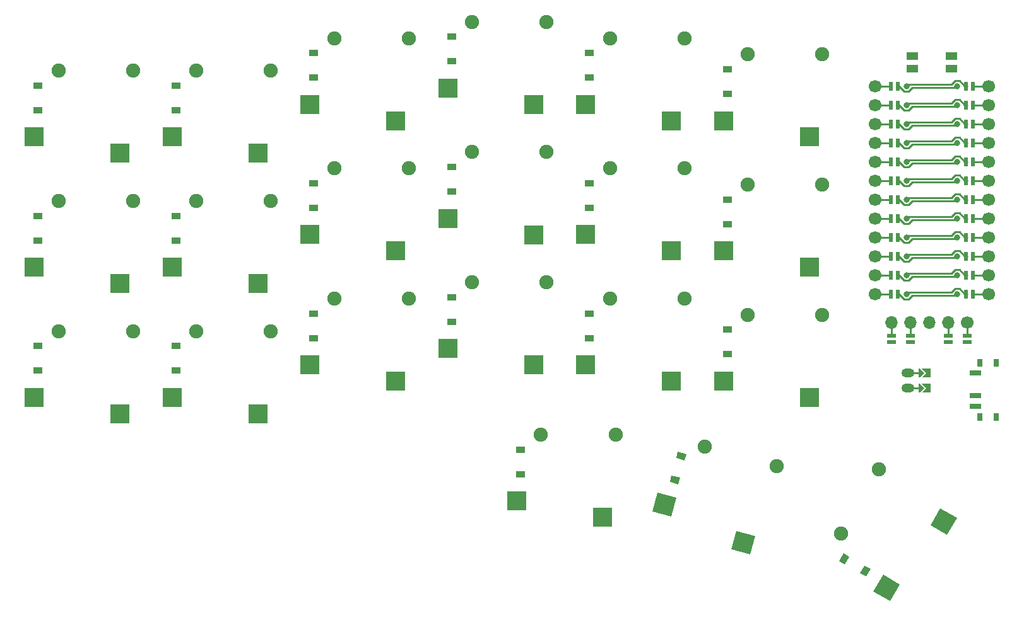
<source format=gbl>
G04 #@! TF.GenerationSoftware,KiCad,Pcbnew,8.0.8+1*
G04 #@! TF.CreationDate,2025-07-09T04:58:12+00:00*
G04 #@! TF.ProjectId,corney_island_wireless,636f726e-6579-45f6-9973-6c616e645f77,0.2*
G04 #@! TF.SameCoordinates,Original*
G04 #@! TF.FileFunction,Copper,L2,Bot*
G04 #@! TF.FilePolarity,Positive*
%FSLAX46Y46*%
G04 Gerber Fmt 4.6, Leading zero omitted, Abs format (unit mm)*
G04 Created by KiCad (PCBNEW 8.0.8+1) date 2025-07-09 04:58:12*
%MOMM*%
%LPD*%
G01*
G04 APERTURE LIST*
G04 #@! TA.AperFunction,ComponentPad*
%ADD10C,1.900000*%
G04 #@! TD*
G04 #@! TA.AperFunction,SMDPad,CuDef*
%ADD11R,2.600000X2.600000*%
G04 #@! TD*
G04 #@! TA.AperFunction,SMDPad,CuDef*
%ADD12R,1.200000X0.900000*%
G04 #@! TD*
G04 #@! TA.AperFunction,ComponentPad*
%ADD13C,1.700000*%
G04 #@! TD*
G04 #@! TA.AperFunction,ComponentPad*
%ADD14C,0.800000*%
G04 #@! TD*
G04 #@! TA.AperFunction,SMDPad,CuDef*
%ADD15R,0.600000X1.200000*%
G04 #@! TD*
G04 #@! TA.AperFunction,SMDPad,CuDef*
%ADD16R,1.200000X0.600000*%
G04 #@! TD*
G04 #@! TA.AperFunction,ComponentPad*
%ADD17O,1.700000X1.700000*%
G04 #@! TD*
G04 #@! TA.AperFunction,SMDPad,CuDef*
%ADD18R,0.800000X1.000000*%
G04 #@! TD*
G04 #@! TA.AperFunction,SMDPad,CuDef*
%ADD19R,1.500000X0.700000*%
G04 #@! TD*
G04 #@! TA.AperFunction,SMDPad,CuDef*
%ADD20R,1.550000X1.000000*%
G04 #@! TD*
G04 #@! TA.AperFunction,ComponentPad*
%ADD21O,1.750000X1.200000*%
G04 #@! TD*
G04 #@! TA.AperFunction,Conductor*
%ADD22C,0.250000*%
G04 #@! TD*
G04 APERTURE END LIST*
D10*
X105000000Y-94850000D03*
D11*
X103275000Y-105950000D03*
X91725000Y-103750000D03*
D10*
X105000000Y-77350000D03*
D11*
X103275000Y-88450000D03*
X91725000Y-86250000D03*
D10*
X105000000Y-59850000D03*
D11*
X103275000Y-70950000D03*
X91725000Y-68750000D03*
D10*
X123500000Y-94850000D03*
D11*
X121775000Y-105950000D03*
X110225000Y-103750000D03*
D10*
X123500000Y-77350000D03*
D11*
X121775000Y-88450000D03*
X110225000Y-86250000D03*
D10*
X123500000Y-59850000D03*
D11*
X121775000Y-70950000D03*
X110225000Y-68750000D03*
D10*
X142000000Y-90475000D03*
D11*
X140275000Y-101575000D03*
X128725000Y-99375000D03*
D10*
X142000000Y-72975000D03*
D11*
X140275000Y-84075000D03*
X128725000Y-81875000D03*
D10*
X142000000Y-55475000D03*
D11*
X140275000Y-66575000D03*
X128725000Y-64375000D03*
D10*
X160500000Y-88287500D03*
D11*
X158775000Y-99387500D03*
X147225000Y-97187500D03*
D10*
X160500000Y-70787500D03*
D11*
X158775000Y-81887500D03*
X147225000Y-79687500D03*
D10*
X160500000Y-53287500D03*
D11*
X158775000Y-64387500D03*
X147225000Y-62187500D03*
D10*
X179000000Y-90475000D03*
D11*
X177275000Y-101575000D03*
X165725000Y-99375000D03*
D10*
X179000000Y-72975000D03*
D11*
X177275000Y-84075000D03*
X165725000Y-81875000D03*
D10*
X179000000Y-55475000D03*
D11*
X177275000Y-66575000D03*
X165725000Y-64375000D03*
D10*
X197500000Y-92662500D03*
D11*
X195775000Y-103762500D03*
X184225000Y-101562500D03*
D10*
X197500000Y-75162500D03*
D11*
X195775000Y-86262500D03*
X184225000Y-84062500D03*
D10*
X197500000Y-57662500D03*
D11*
X195775000Y-68762500D03*
X184225000Y-66562500D03*
D10*
X169750000Y-108787500D03*
D11*
X168025000Y-119887500D03*
X156475000Y-117687500D03*
D10*
X191412547Y-113007077D03*
G04 #@! TA.AperFunction,SMDPad,CuDef*
G36*
X188465602Y-122363152D02*
G01*
X187792673Y-124874559D01*
X185281266Y-124201630D01*
X185954195Y-121690223D01*
X188465602Y-122363152D01*
G37*
G04 #@! TD.AperFunction*
G04 #@! TA.AperFunction,SMDPad,CuDef*
G36*
X177878560Y-117248755D02*
G01*
X177205631Y-119760162D01*
X174694224Y-119087233D01*
X175367153Y-116575826D01*
X177878560Y-117248755D01*
G37*
G04 #@! TD.AperFunction*
X205053812Y-113417121D03*
G04 #@! TA.AperFunction,SMDPad,CuDef*
G36*
X213328361Y-118685182D02*
G01*
X215580027Y-119985182D01*
X214280027Y-122236848D01*
X212028361Y-120936848D01*
X213328361Y-118685182D01*
G37*
G04 #@! TD.AperFunction*
G04 #@! TA.AperFunction,SMDPad,CuDef*
G36*
X205648105Y-127587775D02*
G01*
X207899771Y-128887775D01*
X206599771Y-131139441D01*
X204348105Y-129839441D01*
X205648105Y-127587775D01*
G37*
G04 #@! TD.AperFunction*
D12*
X92250000Y-96850000D03*
X92250000Y-100150000D03*
X92250000Y-79350000D03*
X92250000Y-82650000D03*
X92250000Y-61850000D03*
X92250000Y-65150000D03*
X110750000Y-96850000D03*
X110750000Y-100150000D03*
X110750000Y-79350000D03*
X110750000Y-82650000D03*
X110750000Y-61850000D03*
X110750000Y-65150000D03*
X129250000Y-92475000D03*
X129250000Y-95775000D03*
X129250000Y-74975000D03*
X129250000Y-78275000D03*
X129250000Y-57475000D03*
X129250000Y-60775000D03*
X147750000Y-90287500D03*
X147750000Y-93587500D03*
X147750000Y-72787500D03*
X147750000Y-76087500D03*
X147750000Y-55287500D03*
X147750000Y-58587500D03*
X166250000Y-92475000D03*
X166250000Y-95775000D03*
X166250000Y-74975000D03*
X166250000Y-78275000D03*
X166250000Y-57475000D03*
X166250000Y-60775000D03*
X184750000Y-94662500D03*
X184750000Y-97962500D03*
X184750000Y-77162500D03*
X184750000Y-80462500D03*
X184750000Y-59662500D03*
X184750000Y-62962500D03*
X157000000Y-110787500D03*
X157000000Y-114087500D03*
G04 #@! TA.AperFunction,SMDPad,CuDef*
G36*
X178116267Y-111049028D02*
G01*
X179275378Y-111359611D01*
X179042441Y-112228944D01*
X177883330Y-111918361D01*
X178116267Y-111049028D01*
G37*
G04 #@! TD.AperFunction*
G04 #@! TA.AperFunction,SMDPad,CuDef*
G36*
X177262165Y-114236584D02*
G01*
X178421276Y-114547167D01*
X178188339Y-115416500D01*
X177029228Y-115105917D01*
X177262165Y-114236584D01*
G37*
G04 #@! TD.AperFunction*
G04 #@! TA.AperFunction,SMDPad,CuDef*
G36*
X199721152Y-125753560D02*
G01*
X200321152Y-124714330D01*
X201100574Y-125164330D01*
X200500574Y-126203560D01*
X199721152Y-125753560D01*
G37*
G04 #@! TD.AperFunction*
G04 #@! TA.AperFunction,SMDPad,CuDef*
G36*
X202579036Y-127403560D02*
G01*
X203179036Y-126364330D01*
X203958458Y-126814330D01*
X203358458Y-127853560D01*
X202579036Y-127403560D01*
G37*
G04 #@! TD.AperFunction*
D10*
X95000000Y-94850000D03*
X95000000Y-77350000D03*
X95000000Y-59850000D03*
X113500000Y-94850000D03*
X113500000Y-77350000D03*
X113500000Y-59850000D03*
X132000000Y-90475000D03*
X132000000Y-72975000D03*
X132000000Y-55475000D03*
X150500000Y-88287500D03*
X150500000Y-70787500D03*
X150500000Y-53287500D03*
X169000000Y-90475000D03*
X169000000Y-72975000D03*
X169000000Y-55475000D03*
X187500000Y-92662500D03*
X187500000Y-75162500D03*
X187500000Y-57662500D03*
X159750000Y-108787500D03*
X181753289Y-110418887D03*
X200053812Y-122077375D03*
D13*
X204584000Y-61920000D03*
X219824000Y-61920000D03*
D14*
X208804000Y-61920000D03*
X215604000Y-61920000D03*
D15*
X206724000Y-61920000D03*
X207624000Y-61920000D03*
X216784000Y-61920000D03*
X217684000Y-61920000D03*
D13*
X204584000Y-64460000D03*
X219824000Y-64460000D03*
D14*
X208804000Y-64460000D03*
X215604000Y-64460000D03*
D15*
X206724000Y-64460000D03*
X207624000Y-64460000D03*
X216784000Y-64460000D03*
X217684000Y-64460000D03*
D13*
X204584000Y-67000000D03*
X219824000Y-67000000D03*
D14*
X208804000Y-67000000D03*
X215604000Y-67000000D03*
D15*
X206724000Y-67000000D03*
X207624000Y-67000000D03*
X216784000Y-67000000D03*
X217684000Y-67000000D03*
D13*
X204584000Y-69540000D03*
X219824000Y-69540000D03*
D14*
X208804000Y-69540000D03*
X215604000Y-69540000D03*
D15*
X206724000Y-69540000D03*
X207624000Y-69540000D03*
X216784000Y-69540000D03*
X217684000Y-69540000D03*
D13*
X204584000Y-72080000D03*
X219824000Y-72080000D03*
D14*
X208804000Y-72080000D03*
X215604000Y-72080000D03*
D15*
X206724000Y-72080000D03*
X207624000Y-72080000D03*
X216784000Y-72080000D03*
X217684000Y-72080000D03*
D13*
X204584000Y-74620000D03*
X219824000Y-74620000D03*
D14*
X208804000Y-74620000D03*
X215604000Y-74620000D03*
D15*
X206724000Y-74620000D03*
X207624000Y-74620000D03*
X216784000Y-74620000D03*
X217684000Y-74620000D03*
D13*
X204584000Y-77160000D03*
X219824000Y-77160000D03*
D14*
X208804000Y-77160000D03*
X215604000Y-77160000D03*
D15*
X206724000Y-77160000D03*
X207624000Y-77160000D03*
X216784000Y-77160000D03*
X217684000Y-77160000D03*
D13*
X204584000Y-79700000D03*
X219824000Y-79700000D03*
D14*
X208804000Y-79700000D03*
X215604000Y-79700000D03*
D15*
X206724000Y-79700000D03*
X207624000Y-79700000D03*
X216784000Y-79700000D03*
X217684000Y-79700000D03*
D13*
X204584000Y-82240000D03*
X219824000Y-82240000D03*
D14*
X208804000Y-82240000D03*
X215604000Y-82240000D03*
D15*
X206724000Y-82240000D03*
X207624000Y-82240000D03*
X216784000Y-82240000D03*
X217684000Y-82240000D03*
D13*
X204584000Y-84780000D03*
X219824000Y-84780000D03*
D14*
X208804000Y-84780000D03*
X215604000Y-84780000D03*
D15*
X206724000Y-84780000D03*
X207624000Y-84780000D03*
X216784000Y-84780000D03*
X217684000Y-84780000D03*
D13*
X204584000Y-87320000D03*
X219824000Y-87320000D03*
D14*
X208804000Y-87320000D03*
X215604000Y-87320000D03*
D15*
X206724000Y-87320000D03*
X207624000Y-87320000D03*
X216784000Y-87320000D03*
X217684000Y-87320000D03*
D13*
X204584000Y-89860000D03*
X219824000Y-89860000D03*
D14*
X208804000Y-89860000D03*
X215604000Y-89860000D03*
D15*
X206724000Y-89860000D03*
X207624000Y-89860000D03*
X216784000Y-89860000D03*
X217684000Y-89860000D03*
D16*
X216977000Y-95450000D03*
X214437000Y-95450000D03*
X209357000Y-95450000D03*
X206817000Y-95450000D03*
X216977000Y-96350000D03*
X214437000Y-96350000D03*
X209357000Y-96350000D03*
X206817000Y-96350000D03*
D17*
X206817000Y-93700000D03*
X209357000Y-93700000D03*
X211897000Y-93700000D03*
X214437000Y-93700000D03*
D13*
X216977000Y-93700000D03*
D18*
X218665000Y-99100000D03*
X220875000Y-99100000D03*
X218665000Y-106400000D03*
X220875000Y-106400000D03*
D19*
X218015000Y-100500000D03*
X218015000Y-103500000D03*
X218015000Y-105000000D03*
D20*
X209579000Y-57862500D03*
X209579000Y-59562500D03*
X214829000Y-57862500D03*
X214829000Y-59562500D03*
D21*
X209000000Y-102500000D03*
X209000000Y-100500000D03*
G04 #@! TA.AperFunction,SMDPad,CuDef*
G36*
X210600000Y-103100000D02*
G01*
X210400000Y-103100000D01*
X210400000Y-101900000D01*
X210600000Y-101900000D01*
X211200000Y-102500000D01*
X210600000Y-103100000D01*
G37*
G04 #@! TD.AperFunction*
G04 #@! TA.AperFunction,SMDPad,CuDef*
G36*
X210600000Y-101100000D02*
G01*
X210400000Y-101100000D01*
X210400000Y-99900000D01*
X210600000Y-99900000D01*
X211200000Y-100500000D01*
X210600000Y-101100000D01*
G37*
G04 #@! TD.AperFunction*
G04 #@! TA.AperFunction,SMDPad,CuDef*
G36*
X210816000Y-101100000D02*
G01*
X211416000Y-100500000D01*
X210816000Y-99900000D01*
X212066000Y-99900000D01*
X212066000Y-101100000D01*
X210816000Y-101100000D01*
G37*
G04 #@! TD.AperFunction*
G04 #@! TA.AperFunction,SMDPad,CuDef*
G36*
X210816000Y-103100000D02*
G01*
X211416000Y-102500000D01*
X210816000Y-101900000D01*
X212066000Y-101900000D01*
X212066000Y-103100000D01*
X210816000Y-103100000D01*
G37*
G04 #@! TD.AperFunction*
D22*
X204584000Y-61920000D02*
X206704000Y-61920000D01*
X219824000Y-61920000D02*
X217704000Y-61920000D01*
X209599305Y-62150000D02*
X215374000Y-62150000D01*
X207429000Y-61920000D02*
X207778695Y-61920000D01*
X208503695Y-62645000D02*
X209104305Y-62645000D01*
X207778695Y-61920000D02*
X208503695Y-62645000D01*
X209104305Y-62645000D02*
X209599305Y-62150000D01*
X216979000Y-61920000D02*
X216629305Y-61920000D01*
X214798695Y-61700000D02*
X209024000Y-61700000D01*
X216629305Y-61920000D02*
X215904305Y-61195000D01*
X215904305Y-61195000D02*
X215303695Y-61195000D01*
X215303695Y-61195000D02*
X214798695Y-61700000D01*
X204584000Y-64460000D02*
X206704000Y-64460000D01*
X219824000Y-64460000D02*
X217704000Y-64460000D01*
X209599305Y-64690000D02*
X215374000Y-64690000D01*
X207429000Y-64460000D02*
X207778695Y-64460000D01*
X208503695Y-65185000D02*
X209104305Y-65185000D01*
X207778695Y-64460000D02*
X208503695Y-65185000D01*
X209104305Y-65185000D02*
X209599305Y-64690000D01*
X216979000Y-64460000D02*
X216629305Y-64460000D01*
X214798695Y-64240000D02*
X209024000Y-64240000D01*
X216629305Y-64460000D02*
X215904305Y-63735000D01*
X215904305Y-63735000D02*
X215303695Y-63735000D01*
X215303695Y-63735000D02*
X214798695Y-64240000D01*
X204584000Y-67000000D02*
X206704000Y-67000000D01*
X219824000Y-67000000D02*
X217704000Y-67000000D01*
X209599305Y-67230000D02*
X215374000Y-67230000D01*
X207429000Y-67000000D02*
X207778695Y-67000000D01*
X208503695Y-67725000D02*
X209104305Y-67725000D01*
X207778695Y-67000000D02*
X208503695Y-67725000D01*
X209104305Y-67725000D02*
X209599305Y-67230000D01*
X216979000Y-67000000D02*
X216629305Y-67000000D01*
X214798695Y-66780000D02*
X209024000Y-66780000D01*
X216629305Y-67000000D02*
X215904305Y-66275000D01*
X215904305Y-66275000D02*
X215303695Y-66275000D01*
X215303695Y-66275000D02*
X214798695Y-66780000D01*
X204584000Y-69540000D02*
X206704000Y-69540000D01*
X219824000Y-69540000D02*
X217704000Y-69540000D01*
X209599305Y-69770000D02*
X215374000Y-69770000D01*
X207429000Y-69540000D02*
X207778695Y-69540000D01*
X208503695Y-70265000D02*
X209104305Y-70265000D01*
X207778695Y-69540000D02*
X208503695Y-70265000D01*
X209104305Y-70265000D02*
X209599305Y-69770000D01*
X216979000Y-69540000D02*
X216629305Y-69540000D01*
X214798695Y-69320000D02*
X209024000Y-69320000D01*
X216629305Y-69540000D02*
X215904305Y-68815000D01*
X215904305Y-68815000D02*
X215303695Y-68815000D01*
X215303695Y-68815000D02*
X214798695Y-69320000D01*
X204584000Y-72080000D02*
X206704000Y-72080000D01*
X219824000Y-72080000D02*
X217704000Y-72080000D01*
X209599305Y-72310000D02*
X215374000Y-72310000D01*
X207429000Y-72080000D02*
X207778695Y-72080000D01*
X208503695Y-72805000D02*
X209104305Y-72805000D01*
X207778695Y-72080000D02*
X208503695Y-72805000D01*
X209104305Y-72805000D02*
X209599305Y-72310000D01*
X216979000Y-72080000D02*
X216629305Y-72080000D01*
X214798695Y-71860000D02*
X209024000Y-71860000D01*
X216629305Y-72080000D02*
X215904305Y-71355000D01*
X215904305Y-71355000D02*
X215303695Y-71355000D01*
X215303695Y-71355000D02*
X214798695Y-71860000D01*
X204584000Y-74620000D02*
X206704000Y-74620000D01*
X219824000Y-74620000D02*
X217704000Y-74620000D01*
X209599305Y-74850000D02*
X215374000Y-74850000D01*
X207429000Y-74620000D02*
X207778695Y-74620000D01*
X208503695Y-75345000D02*
X209104305Y-75345000D01*
X207778695Y-74620000D02*
X208503695Y-75345000D01*
X209104305Y-75345000D02*
X209599305Y-74850000D01*
X216979000Y-74620000D02*
X216629305Y-74620000D01*
X214798695Y-74400000D02*
X209024000Y-74400000D01*
X216629305Y-74620000D02*
X215904305Y-73895000D01*
X215904305Y-73895000D02*
X215303695Y-73895000D01*
X215303695Y-73895000D02*
X214798695Y-74400000D01*
X204584000Y-77160000D02*
X206704000Y-77160000D01*
X219824000Y-77160000D02*
X217704000Y-77160000D01*
X209599305Y-77390000D02*
X215374000Y-77390000D01*
X207429000Y-77160000D02*
X207778695Y-77160000D01*
X208503695Y-77885000D02*
X209104305Y-77885000D01*
X207778695Y-77160000D02*
X208503695Y-77885000D01*
X209104305Y-77885000D02*
X209599305Y-77390000D01*
X216979000Y-77160000D02*
X216629305Y-77160000D01*
X214798695Y-76940000D02*
X209024000Y-76940000D01*
X216629305Y-77160000D02*
X215904305Y-76435000D01*
X215904305Y-76435000D02*
X215303695Y-76435000D01*
X215303695Y-76435000D02*
X214798695Y-76940000D01*
X204584000Y-79700000D02*
X206704000Y-79700000D01*
X219824000Y-79700000D02*
X217704000Y-79700000D01*
X209599305Y-79930000D02*
X215374000Y-79930000D01*
X207429000Y-79700000D02*
X207778695Y-79700000D01*
X208503695Y-80425000D02*
X209104305Y-80425000D01*
X207778695Y-79700000D02*
X208503695Y-80425000D01*
X209104305Y-80425000D02*
X209599305Y-79930000D01*
X216979000Y-79700000D02*
X216629305Y-79700000D01*
X214798695Y-79480000D02*
X209024000Y-79480000D01*
X216629305Y-79700000D02*
X215904305Y-78975000D01*
X215904305Y-78975000D02*
X215303695Y-78975000D01*
X215303695Y-78975000D02*
X214798695Y-79480000D01*
X204584000Y-82240000D02*
X206704000Y-82240000D01*
X219824000Y-82240000D02*
X217704000Y-82240000D01*
X209599305Y-82470000D02*
X215374000Y-82470000D01*
X207429000Y-82240000D02*
X207778695Y-82240000D01*
X208503695Y-82965000D02*
X209104305Y-82965000D01*
X207778695Y-82240000D02*
X208503695Y-82965000D01*
X209104305Y-82965000D02*
X209599305Y-82470000D01*
X216979000Y-82240000D02*
X216629305Y-82240000D01*
X214798695Y-82020000D02*
X209024000Y-82020000D01*
X216629305Y-82240000D02*
X215904305Y-81515000D01*
X215904305Y-81515000D02*
X215303695Y-81515000D01*
X215303695Y-81515000D02*
X214798695Y-82020000D01*
X204584000Y-84780000D02*
X206704000Y-84780000D01*
X219824000Y-84780000D02*
X217704000Y-84780000D01*
X209599305Y-85010000D02*
X215374000Y-85010000D01*
X207429000Y-84780000D02*
X207778695Y-84780000D01*
X208503695Y-85505000D02*
X209104305Y-85505000D01*
X207778695Y-84780000D02*
X208503695Y-85505000D01*
X209104305Y-85505000D02*
X209599305Y-85010000D01*
X216979000Y-84780000D02*
X216629305Y-84780000D01*
X214798695Y-84560000D02*
X209024000Y-84560000D01*
X216629305Y-84780000D02*
X215904305Y-84055000D01*
X215904305Y-84055000D02*
X215303695Y-84055000D01*
X215303695Y-84055000D02*
X214798695Y-84560000D01*
X204584000Y-87320000D02*
X206704000Y-87320000D01*
X219824000Y-87320000D02*
X217704000Y-87320000D01*
X209599305Y-87550000D02*
X215374000Y-87550000D01*
X207429000Y-87320000D02*
X207778695Y-87320000D01*
X208503695Y-88045000D02*
X209104305Y-88045000D01*
X207778695Y-87320000D02*
X208503695Y-88045000D01*
X209104305Y-88045000D02*
X209599305Y-87550000D01*
X216979000Y-87320000D02*
X216629305Y-87320000D01*
X214798695Y-87100000D02*
X209024000Y-87100000D01*
X216629305Y-87320000D02*
X215904305Y-86595000D01*
X215904305Y-86595000D02*
X215303695Y-86595000D01*
X215303695Y-86595000D02*
X214798695Y-87100000D01*
X204584000Y-89860000D02*
X206704000Y-89860000D01*
X219824000Y-89860000D02*
X217704000Y-89860000D01*
X209599305Y-90090000D02*
X215374000Y-90090000D01*
X207429000Y-89860000D02*
X207778695Y-89860000D01*
X208503695Y-90585000D02*
X209104305Y-90585000D01*
X207778695Y-89860000D02*
X208503695Y-90585000D01*
X209104305Y-90585000D02*
X209599305Y-90090000D01*
X216979000Y-89860000D02*
X216629305Y-89860000D01*
X214798695Y-89640000D02*
X209024000Y-89640000D01*
X216629305Y-89860000D02*
X215904305Y-89135000D01*
X215904305Y-89135000D02*
X215303695Y-89135000D01*
X215303695Y-89135000D02*
X214798695Y-89640000D01*
X206817000Y-93700000D02*
X206817000Y-95450000D01*
X209357000Y-93700000D02*
X209357000Y-95450000D01*
X214437000Y-93700000D02*
X214437000Y-95450000D01*
X216977000Y-93700000D02*
X216977000Y-95450000D01*
X210800000Y-102500000D02*
X209000000Y-102500000D01*
X210800000Y-100500000D02*
X209000000Y-100500000D01*
M02*

</source>
